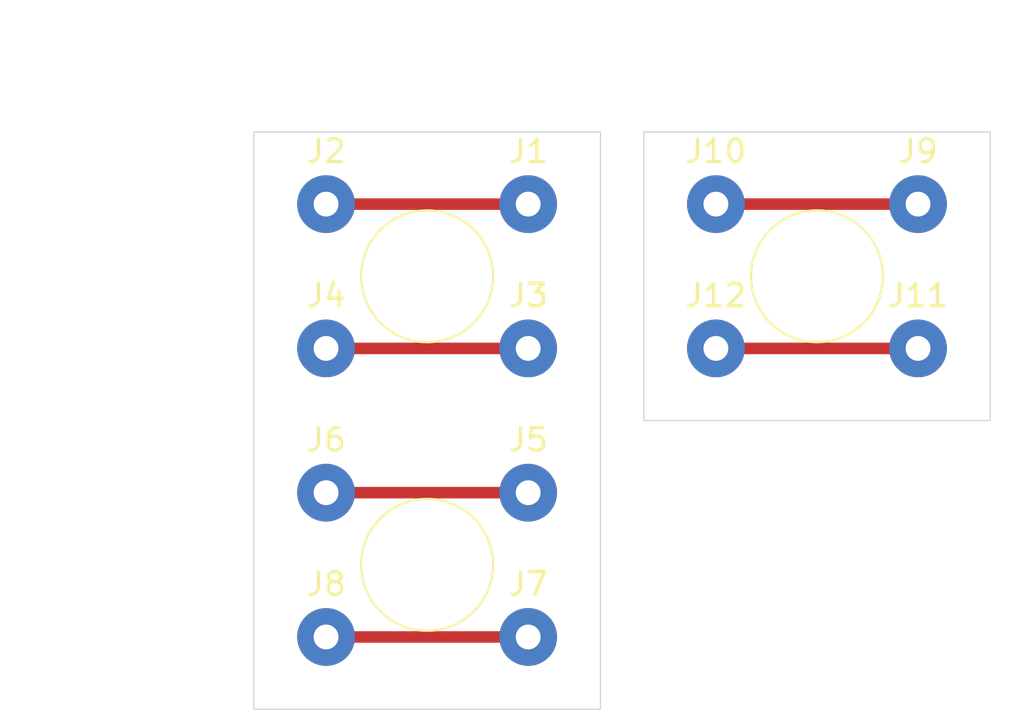
<source format=kicad_pcb>
(kicad_pcb (version 20240108) (generator "pcbnew") (generator_version "8.0")
  (layers (0 "F.Cu" signal) (31 "B.Cu" signal) (34 "B.Paste" user) (35 "F.Paste" user) (36 "B.SilkS" user "B.Silkscreen") (37 "F.SilkS" user "F.Silkscreen") (38 "B.Mask" user) (39 "F.Mask" user) (44 "Edge.Cuts" user))
  (net 0 "")
  (net 1 "Net-(J1-Pin_1)")
  (net 2 "Net-(J3-Pin_1)")
  (net 3 "Net-(J5-Pin_1)")
  (net 4 "Net-(J7-Pin_1)")
  (net 5 "Net-(J10-Pin_1)")
  (net 6 "Net-(J11-Pin_1)")
  (footprint "my_mtg_hole:hole-440-nopad" (layer "F.Cu") (at 80.645 57.15)
    (property "Reference" "H3" (hide yes))
    (property "Value" "MountingHole")
    (fp_circle (center 0 0) (end 1.143 2.667) (stroke (width 0.1)) (fill none) (layer "F.SilkS"))
    (pad "" np_thru_hole circle (at 0 0) (size 1.524 1.524) (drill 3.2512) (layers "F&B.Cu" "*.Mask"))
  )
  (footprint "my-conn-pad:PinHeader_1x01_P2.54mm_Vertical" (layer "F.Cu") (at 85.09 53.975)
    (property "Reference" "J9" (at 0 -2.33 0) (layer "F.SilkS"))
    (property "Value" "Conn_01x01")
    (pad "1" thru_hole circle (at 0 0) (size 2.54 2.54) (drill 1.0922) (layers "*.Cu" "*.Mask") (net 5 "Net-(J10-Pin_1)"))
  )
  (footprint "my-conn-pad:PinHeader_1x01_P2.54mm_Vertical" (layer "F.Cu") (at 59.055 66.675)
    (property "Reference" "J6" (at 0 -2.33 0) (layer "F.SilkS"))
    (property "Value" "Conn_01x01")
    (pad "1" thru_hole circle (at 0 0) (size 2.54 2.54) (drill 1.0922) (layers "*.Cu" "*.Mask") (net 3 "Net-(J5-Pin_1)"))
  )
  (footprint "my-conn-pad:PinHeader_1x01_P2.54mm_Vertical" (layer "F.Cu") (at 85.09 60.325)
    (property "Reference" "J11" (at 0 -2.33 0) (layer "F.SilkS"))
    (property "Value" "Conn_01x01")
    (pad "1" thru_hole circle (at 0 0) (size 2.54 2.54) (drill 1.0922) (layers "*.Cu" "*.Mask") (net 6 "Net-(J11-Pin_1)"))
  )
  (footprint "my-conn-pad:PinHeader_1x01_P2.54mm_Vertical" (layer "F.Cu") (at 67.945 66.675)
    (property "Reference" "J5" (at 0 -2.33 0) (layer "F.SilkS"))
    (property "Value" "Conn_01x01")
    (pad "1" thru_hole circle (at 0 0) (size 2.54 2.54) (drill 1.0922) (layers "*.Cu" "*.Mask") (net 3 "Net-(J5-Pin_1)"))
  )
  (footprint "my-conn-pad:PinHeader_1x01_P2.54mm_Vertical" (layer "F.Cu") (at 76.2 53.975)
    (property "Reference" "J10" (at 0 -2.33 0) (layer "F.SilkS"))
    (property "Value" "Conn_01x01")
    (pad "1" thru_hole circle (at 0 0) (size 2.54 2.54) (drill 1.0922) (layers "*.Cu" "*.Mask") (net 5 "Net-(J10-Pin_1)"))
  )
  (footprint "my_mtg_hole:hole-440-nopad" (layer "F.Cu") (at 63.5 57.15)
    (property "Reference" "H1" (hide yes))
    (property "Value" "MountingHole")
    (fp_circle (center 0 0) (end 1.143 2.667) (stroke (width 0.1)) (fill none) (layer "F.SilkS"))
    (pad "" np_thru_hole circle (at 0 0) (size 1.524 1.524) (drill 3.2512) (layers "F&B.Cu" "*.Mask"))
  )
  (footprint "my_mtg_hole:hole-440-nopad" (layer "F.Cu") (at 63.5 69.85)
    (property "Reference" "H2" (hide yes))
    (property "Value" "MountingHole")
    (fp_circle (center 0 0) (end 1.143 2.667) (stroke (width 0.1)) (fill none) (layer "F.SilkS"))
    (pad "" np_thru_hole circle (at 0 0) (size 1.524 1.524) (drill 3.2512) (layers "F&B.Cu" "*.Mask"))
  )
  (footprint "my-conn-pad:PinHeader_1x01_P2.54mm_Vertical" (layer "F.Cu") (at 67.945 73.025)
    (property "Reference" "J7" (at 0 -2.33 0) (layer "F.SilkS"))
    (property "Value" "Conn_01x01")
    (pad "1" thru_hole circle (at 0 0) (size 2.54 2.54) (drill 1.0922) (layers "*.Cu" "*.Mask") (net 4 "Net-(J7-Pin_1)"))
  )
  (footprint "my-conn-pad:PinHeader_1x01_P2.54mm_Vertical" (layer "F.Cu") (at 67.945 60.325)
    (property "Reference" "J3" (at 0 -2.33 0) (layer "F.SilkS"))
    (property "Value" "Conn_01x01")
    (pad "1" thru_hole circle (at 0 0) (size 2.54 2.54) (drill 1.0922) (layers "*.Cu" "*.Mask") (net 2 "Net-(J3-Pin_1)"))
  )
  (footprint "my-conn-pad:PinHeader_1x01_P2.54mm_Vertical" (layer "F.Cu") (at 59.055 53.975)
    (property "Reference" "J2" (at 0 -2.33 0) (layer "F.SilkS"))
    (property "Value" "Conn_01x01")
    (pad "1" thru_hole circle (at 0 0) (size 2.54 2.54) (drill 1.0922) (layers "*.Cu" "*.Mask") (net 1 "Net-(J1-Pin_1)"))
  )
  (footprint "my-conn-pad:PinHeader_1x01_P2.54mm_Vertical" (layer "F.Cu") (at 76.2 60.325)
    (property "Reference" "J12" (at 0 -2.33 0) (layer "F.SilkS"))
    (property "Value" "Conn_01x01")
    (pad "1" thru_hole circle (at 0 0) (size 2.54 2.54) (drill 1.0922) (layers "*.Cu" "*.Mask") (net 6 "Net-(J11-Pin_1)"))
  )
  (footprint "my-conn-pad:PinHeader_1x01_P2.54mm_Vertical" (layer "F.Cu") (at 67.945 53.975)
    (property "Reference" "J1" (at 0 -2.33 0) (layer "F.SilkS"))
    (property "Value" "Conn_01x01")
    (pad "1" thru_hole circle (at 0 0) (size 2.54 2.54) (drill 1.0922) (layers "*.Cu" "*.Mask") (net 1 "Net-(J1-Pin_1)"))
  )
  (footprint "my-conn-pad:PinHeader_1x01_P2.54mm_Vertical" (layer "F.Cu") (at 59.055 73.025)
    (property "Reference" "J8" (at 0 -2.33 0) (layer "F.SilkS"))
    (property "Value" "Conn_01x01")
    (pad "1" thru_hole circle (at 0 0) (size 2.54 2.54) (drill 1.0922) (layers "*.Cu" "*.Mask") (net 4 "Net-(J7-Pin_1)"))
  )
  (footprint "my-conn-pad:PinHeader_1x01_P2.54mm_Vertical" (layer "F.Cu") (at 59.055 60.325)
    (property "Reference" "J4" (at 0 -2.33 0) (layer "F.SilkS"))
    (property "Value" "Conn_01x01")
    (pad "1" thru_hole circle (at 0 0) (size 2.54 2.54) (drill 1.0922) (layers "*.Cu" "*.Mask") (net 2 "Net-(J3-Pin_1)"))
  )
  (gr_line (start 73.025 50.8) (end 88.265 50.8) (stroke (width 0.05)) (layer "Edge.Cuts"))
  (gr_line (start 55.88 50.8) (end 71.12 50.8) (stroke (width 0.05)) (layer "Edge.Cuts"))
  (gr_line (start 88.265 50.8) (end 88.265 63.5) (stroke (width 0.05)) (layer "Edge.Cuts"))
  (gr_line (start 73.025 63.5) (end 88.265 63.5) (stroke (width 0.05)) (layer "Edge.Cuts"))
  (gr_line (start 71.12 50.8) (end 71.12 76.2) (stroke (width 0.05)) (layer "Edge.Cuts"))
  (gr_line (start 71.12 57.785) (end 71.12 57.785) (stroke (width 0.05)) (layer "Edge.Cuts"))
  (gr_line (start 71.12 76.2) (end 55.88 76.2) (stroke (width 0.05)) (layer "Edge.Cuts"))
  (gr_line (start 73.025 50.8) (end 73.025 63.5) (stroke (width 0.05)) (layer "Edge.Cuts"))
  (gr_line (start 55.88 76.2) (end 55.88 50.8) (stroke (width 0.05)) (layer "Edge.Cuts"))
  (segment (start 59.055 53.975) (end 67.945 53.975) (width 0.508) (layer "F.Cu") (net 1))
  (segment (start 59.055 60.325) (end 67.945 60.325) (width 0.508) (layer "F.Cu") (net 2))
  (segment (start 59.055 66.675) (end 67.945 66.675) (width 0.508) (layer "F.Cu") (net 3))
  (segment (start 59.055 73.025) (end 67.945 73.025) (width 0.508) (layer "F.Cu") (net 4))
  (segment (start 76.2 53.975) (end 85.09 53.975) (width 0.508) (layer "F.Cu") (net 5))
  (segment (start 76.2 60.325) (end 85.09 60.325) (width 0.508) (layer "F.Cu") (net 6))
)
</source>
